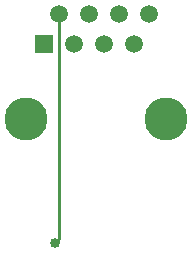
<source format=gtl>
G04 #@! TF.FileFunction,Copper,L1,Top,Signal*
%FSLAX46Y46*%
G04 Gerber Fmt 4.6, Leading zero omitted, Abs format (unit mm)*
G04 Created by KiCad (PCBNEW 4.0.7-e2-6376~58~ubuntu16.04.1) date Sat Jan 13 09:53:06 2018*
%MOMM*%
%LPD*%
G01*
G04 APERTURE LIST*
%ADD10C,0.100000*%
%ADD11C,3.650000*%
%ADD12R,1.500000X1.500000*%
%ADD13C,1.500000*%
%ADD14C,0.850000*%
%ADD15C,0.250000*%
G04 APERTURE END LIST*
D10*
D11*
X172305000Y-104140000D03*
X160435000Y-104140000D03*
D12*
X161925000Y-97790000D03*
D13*
X163195000Y-95250000D03*
X164465000Y-97790000D03*
X165735000Y-95250000D03*
X167005000Y-97790000D03*
X168275000Y-95250000D03*
X169545000Y-97790000D03*
X170815000Y-95250000D03*
D14*
X162892600Y-114602400D03*
D15*
X163195000Y-114300000D02*
X162892600Y-114602400D01*
X163195000Y-95250000D02*
X163195000Y-114300000D01*
M02*

</source>
